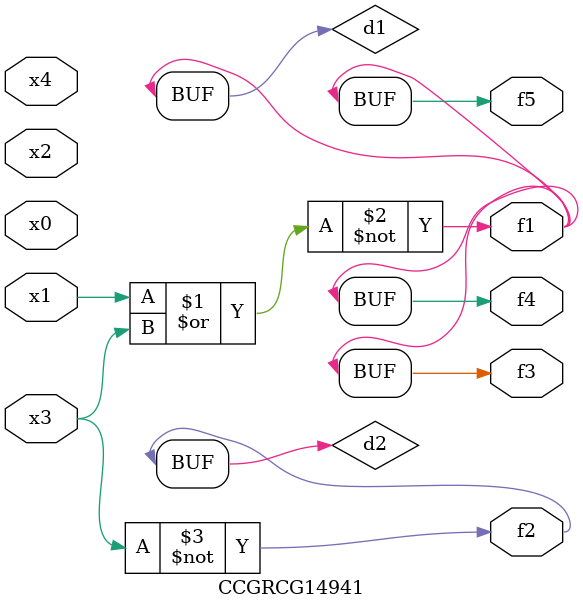
<source format=v>
module CCGRCG14941(
	input x0, x1, x2, x3, x4,
	output f1, f2, f3, f4, f5
);

	wire d1, d2;

	nor (d1, x1, x3);
	not (d2, x3);
	assign f1 = d1;
	assign f2 = d2;
	assign f3 = d1;
	assign f4 = d1;
	assign f5 = d1;
endmodule

</source>
